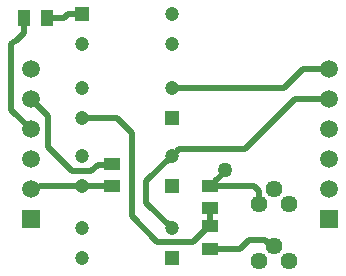
<source format=gbr>
G04*
G04 #@! TF.GenerationSoftware,Altium Limited,Altium Designer,23.0.1 (38)*
G04*
G04 Layer_Physical_Order=2*
G04 Layer_Color=16711680*
%FSLAX44Y44*%
%MOMM*%
G71*
G04*
G04 #@! TF.SameCoordinates,5B070B88-F475-4B99-B5D3-003285C28A76*
G04*
G04*
G04 #@! TF.FilePolarity,Positive*
G04*
G01*
G75*
%ADD13R,1.0500X1.4500*%
%ADD21C,0.5080*%
%ADD22C,1.2000*%
%ADD23R,1.2000X1.2000*%
%ADD24R,1.5000X1.5000*%
%ADD25C,1.5000*%
%ADD26C,1.4400*%
%ADD27C,1.2700*%
%ADD28R,1.4500X1.0500*%
D13*
X667744Y877834D02*
D03*
X686744D02*
D03*
D21*
X887634Y818222D02*
X903728Y834315D01*
X925827D01*
X792530Y818222D02*
X887634D01*
X876507Y684804D02*
X879029D01*
X871798Y689513D02*
X876507Y684804D01*
X858240Y689513D02*
X871798D01*
X850734Y682007D02*
X858240Y689513D01*
X822433Y682007D02*
X850734D01*
X824889Y735543D02*
X862506D01*
X866329Y731721D01*
Y720624D02*
Y731721D01*
X823940Y716543D02*
X825104Y715380D01*
X823940D02*
Y716543D01*
X810354Y688175D02*
X825104Y702924D01*
Y715380D01*
X826460Y735114D02*
X829599Y738253D01*
Y739713D01*
X837418Y747532D01*
Y749369D01*
X771103Y739874D02*
X792530Y761300D01*
X771103Y721340D02*
X792530Y699914D01*
X771103Y721340D02*
Y739874D01*
X746764Y792831D02*
X758807Y780788D01*
X716339Y792831D02*
X746764D01*
X758807Y709868D02*
Y780788D01*
X897200Y808915D02*
X925827D01*
X854961Y766676D02*
X897200Y808915D01*
X798966Y766676D02*
X854961D01*
X792530Y761300D02*
X793590D01*
X798966Y766676D01*
X780500Y688175D02*
X810354D01*
X758807Y709868D02*
X780500Y688175D01*
X667744Y865419D02*
Y877834D01*
X656837Y800122D02*
Y855489D01*
X659813Y858464D01*
X660790D02*
X667744Y865419D01*
X659813Y858464D02*
X660790D01*
X656837Y800122D02*
X673444Y783515D01*
X705168Y881334D02*
X716330D01*
X701668Y877834D02*
X705168Y881334D01*
X686744Y877834D02*
X701668D01*
X687552Y768272D02*
X707906Y747919D01*
X687552Y768272D02*
Y794807D01*
X707906Y747919D02*
X724680D01*
X673444Y732715D02*
X675342Y734613D01*
X680431D02*
X681380Y735562D01*
X716330Y735409D02*
X741887D01*
X681380Y735562D02*
X715992D01*
X675342Y734613D02*
X680431D01*
X740710Y753232D02*
X741887Y754409D01*
X724680Y747919D02*
X729993Y753232D01*
X740710D01*
X673444Y808915D02*
X687552Y794807D01*
D22*
X716330Y735900D02*
D03*
Y761300D02*
D03*
X792530D02*
D03*
X716330Y792822D02*
D03*
Y818222D02*
D03*
X792530D02*
D03*
X716330Y674514D02*
D03*
Y699914D02*
D03*
X792530D02*
D03*
X792530Y881334D02*
D03*
Y855934D02*
D03*
X716330D02*
D03*
D23*
X792530Y735900D02*
D03*
X792530Y792822D02*
D03*
Y674514D02*
D03*
X716330Y881334D02*
D03*
D24*
X673444Y707315D02*
D03*
X925827D02*
D03*
D25*
X673444Y732715D02*
D03*
Y758115D02*
D03*
Y783515D02*
D03*
Y808915D02*
D03*
Y834315D02*
D03*
X925827Y732715D02*
D03*
Y758115D02*
D03*
Y783515D02*
D03*
Y808915D02*
D03*
Y834315D02*
D03*
D26*
X866329Y720624D02*
D03*
X879029Y733324D02*
D03*
X891729Y720624D02*
D03*
X866329Y672104D02*
D03*
X879029Y684804D02*
D03*
X891729Y672104D02*
D03*
D27*
X837418Y749369D02*
D03*
D28*
X824889Y716543D02*
D03*
Y735543D02*
D03*
X741887Y735409D02*
D03*
Y754409D02*
D03*
X825318Y701445D02*
D03*
Y682445D02*
D03*
M02*

</source>
